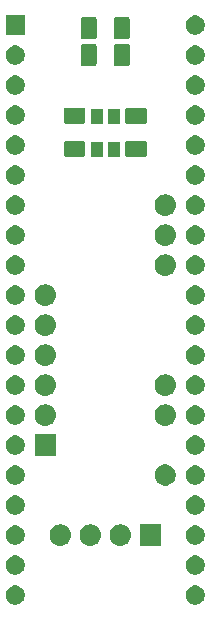
<source format=gts>
G04 #@! TF.GenerationSoftware,KiCad,Pcbnew,5.1.4*
G04 #@! TF.CreationDate,2019-09-02T18:10:03+03:00*
G04 #@! TF.ProjectId,bluepill_stlink,626c7565-7069-46c6-9c5f-73746c696e6b,rev?*
G04 #@! TF.SameCoordinates,Original*
G04 #@! TF.FileFunction,Soldermask,Top*
G04 #@! TF.FilePolarity,Negative*
%FSLAX46Y46*%
G04 Gerber Fmt 4.6, Leading zero omitted, Abs format (unit mm)*
G04 Created by KiCad (PCBNEW 5.1.4) date 2019-09-02 18:10:03*
%MOMM*%
%LPD*%
G04 APERTURE LIST*
%ADD10C,0.100000*%
G04 APERTURE END LIST*
D10*
G36*
X40877142Y-72878242D02*
G01*
X41025101Y-72939529D01*
X41158255Y-73028499D01*
X41271501Y-73141745D01*
X41360471Y-73274899D01*
X41421758Y-73422858D01*
X41453000Y-73579925D01*
X41453000Y-73740075D01*
X41421758Y-73897142D01*
X41360471Y-74045101D01*
X41271501Y-74178255D01*
X41158255Y-74291501D01*
X41025101Y-74380471D01*
X40877142Y-74441758D01*
X40720075Y-74473000D01*
X40559925Y-74473000D01*
X40402858Y-74441758D01*
X40254899Y-74380471D01*
X40121745Y-74291501D01*
X40008499Y-74178255D01*
X39919529Y-74045101D01*
X39858242Y-73897142D01*
X39827000Y-73740075D01*
X39827000Y-73579925D01*
X39858242Y-73422858D01*
X39919529Y-73274899D01*
X40008499Y-73141745D01*
X40121745Y-73028499D01*
X40254899Y-72939529D01*
X40402858Y-72878242D01*
X40559925Y-72847000D01*
X40720075Y-72847000D01*
X40877142Y-72878242D01*
X40877142Y-72878242D01*
G37*
G36*
X25637142Y-72878242D02*
G01*
X25785101Y-72939529D01*
X25918255Y-73028499D01*
X26031501Y-73141745D01*
X26120471Y-73274899D01*
X26181758Y-73422858D01*
X26213000Y-73579925D01*
X26213000Y-73740075D01*
X26181758Y-73897142D01*
X26120471Y-74045101D01*
X26031501Y-74178255D01*
X25918255Y-74291501D01*
X25785101Y-74380471D01*
X25637142Y-74441758D01*
X25480075Y-74473000D01*
X25319925Y-74473000D01*
X25162858Y-74441758D01*
X25014899Y-74380471D01*
X24881745Y-74291501D01*
X24768499Y-74178255D01*
X24679529Y-74045101D01*
X24618242Y-73897142D01*
X24587000Y-73740075D01*
X24587000Y-73579925D01*
X24618242Y-73422858D01*
X24679529Y-73274899D01*
X24768499Y-73141745D01*
X24881745Y-73028499D01*
X25014899Y-72939529D01*
X25162858Y-72878242D01*
X25319925Y-72847000D01*
X25480075Y-72847000D01*
X25637142Y-72878242D01*
X25637142Y-72878242D01*
G37*
G36*
X25637142Y-70338242D02*
G01*
X25785101Y-70399529D01*
X25918255Y-70488499D01*
X26031501Y-70601745D01*
X26120471Y-70734899D01*
X26181758Y-70882858D01*
X26213000Y-71039925D01*
X26213000Y-71200075D01*
X26181758Y-71357142D01*
X26120471Y-71505101D01*
X26031501Y-71638255D01*
X25918255Y-71751501D01*
X25785101Y-71840471D01*
X25637142Y-71901758D01*
X25480075Y-71933000D01*
X25319925Y-71933000D01*
X25162858Y-71901758D01*
X25014899Y-71840471D01*
X24881745Y-71751501D01*
X24768499Y-71638255D01*
X24679529Y-71505101D01*
X24618242Y-71357142D01*
X24587000Y-71200075D01*
X24587000Y-71039925D01*
X24618242Y-70882858D01*
X24679529Y-70734899D01*
X24768499Y-70601745D01*
X24881745Y-70488499D01*
X25014899Y-70399529D01*
X25162858Y-70338242D01*
X25319925Y-70307000D01*
X25480075Y-70307000D01*
X25637142Y-70338242D01*
X25637142Y-70338242D01*
G37*
G36*
X40877142Y-70338242D02*
G01*
X41025101Y-70399529D01*
X41158255Y-70488499D01*
X41271501Y-70601745D01*
X41360471Y-70734899D01*
X41421758Y-70882858D01*
X41453000Y-71039925D01*
X41453000Y-71200075D01*
X41421758Y-71357142D01*
X41360471Y-71505101D01*
X41271501Y-71638255D01*
X41158255Y-71751501D01*
X41025101Y-71840471D01*
X40877142Y-71901758D01*
X40720075Y-71933000D01*
X40559925Y-71933000D01*
X40402858Y-71901758D01*
X40254899Y-71840471D01*
X40121745Y-71751501D01*
X40008499Y-71638255D01*
X39919529Y-71505101D01*
X39858242Y-71357142D01*
X39827000Y-71200075D01*
X39827000Y-71039925D01*
X39858242Y-70882858D01*
X39919529Y-70734899D01*
X40008499Y-70601745D01*
X40121745Y-70488499D01*
X40254899Y-70399529D01*
X40402858Y-70338242D01*
X40559925Y-70307000D01*
X40720075Y-70307000D01*
X40877142Y-70338242D01*
X40877142Y-70338242D01*
G37*
G36*
X29320443Y-67685519D02*
G01*
X29386627Y-67692037D01*
X29556466Y-67743557D01*
X29712991Y-67827222D01*
X29748729Y-67856552D01*
X29850186Y-67939814D01*
X29933448Y-68041271D01*
X29962778Y-68077009D01*
X30046443Y-68233534D01*
X30097963Y-68403373D01*
X30115359Y-68580000D01*
X30097963Y-68756627D01*
X30046443Y-68926466D01*
X29962778Y-69082991D01*
X29950251Y-69098255D01*
X29850186Y-69220186D01*
X29752357Y-69300471D01*
X29712991Y-69332778D01*
X29556466Y-69416443D01*
X29386627Y-69467963D01*
X29320442Y-69474482D01*
X29254260Y-69481000D01*
X29165740Y-69481000D01*
X29099558Y-69474482D01*
X29033373Y-69467963D01*
X28863534Y-69416443D01*
X28707009Y-69332778D01*
X28667643Y-69300471D01*
X28569814Y-69220186D01*
X28469749Y-69098255D01*
X28457222Y-69082991D01*
X28373557Y-68926466D01*
X28322037Y-68756627D01*
X28304641Y-68580000D01*
X28322037Y-68403373D01*
X28373557Y-68233534D01*
X28457222Y-68077009D01*
X28486552Y-68041271D01*
X28569814Y-67939814D01*
X28671271Y-67856552D01*
X28707009Y-67827222D01*
X28863534Y-67743557D01*
X29033373Y-67692037D01*
X29099557Y-67685519D01*
X29165740Y-67679000D01*
X29254260Y-67679000D01*
X29320443Y-67685519D01*
X29320443Y-67685519D01*
G37*
G36*
X37731000Y-69481000D02*
G01*
X35929000Y-69481000D01*
X35929000Y-67679000D01*
X37731000Y-67679000D01*
X37731000Y-69481000D01*
X37731000Y-69481000D01*
G37*
G36*
X34400443Y-67685519D02*
G01*
X34466627Y-67692037D01*
X34636466Y-67743557D01*
X34792991Y-67827222D01*
X34828729Y-67856552D01*
X34930186Y-67939814D01*
X35013448Y-68041271D01*
X35042778Y-68077009D01*
X35126443Y-68233534D01*
X35177963Y-68403373D01*
X35195359Y-68580000D01*
X35177963Y-68756627D01*
X35126443Y-68926466D01*
X35042778Y-69082991D01*
X35030251Y-69098255D01*
X34930186Y-69220186D01*
X34832357Y-69300471D01*
X34792991Y-69332778D01*
X34636466Y-69416443D01*
X34466627Y-69467963D01*
X34400442Y-69474482D01*
X34334260Y-69481000D01*
X34245740Y-69481000D01*
X34179558Y-69474482D01*
X34113373Y-69467963D01*
X33943534Y-69416443D01*
X33787009Y-69332778D01*
X33747643Y-69300471D01*
X33649814Y-69220186D01*
X33549749Y-69098255D01*
X33537222Y-69082991D01*
X33453557Y-68926466D01*
X33402037Y-68756627D01*
X33384641Y-68580000D01*
X33402037Y-68403373D01*
X33453557Y-68233534D01*
X33537222Y-68077009D01*
X33566552Y-68041271D01*
X33649814Y-67939814D01*
X33751271Y-67856552D01*
X33787009Y-67827222D01*
X33943534Y-67743557D01*
X34113373Y-67692037D01*
X34179557Y-67685519D01*
X34245740Y-67679000D01*
X34334260Y-67679000D01*
X34400443Y-67685519D01*
X34400443Y-67685519D01*
G37*
G36*
X31860443Y-67685519D02*
G01*
X31926627Y-67692037D01*
X32096466Y-67743557D01*
X32252991Y-67827222D01*
X32288729Y-67856552D01*
X32390186Y-67939814D01*
X32473448Y-68041271D01*
X32502778Y-68077009D01*
X32586443Y-68233534D01*
X32637963Y-68403373D01*
X32655359Y-68580000D01*
X32637963Y-68756627D01*
X32586443Y-68926466D01*
X32502778Y-69082991D01*
X32490251Y-69098255D01*
X32390186Y-69220186D01*
X32292357Y-69300471D01*
X32252991Y-69332778D01*
X32096466Y-69416443D01*
X31926627Y-69467963D01*
X31860442Y-69474482D01*
X31794260Y-69481000D01*
X31705740Y-69481000D01*
X31639558Y-69474482D01*
X31573373Y-69467963D01*
X31403534Y-69416443D01*
X31247009Y-69332778D01*
X31207643Y-69300471D01*
X31109814Y-69220186D01*
X31009749Y-69098255D01*
X30997222Y-69082991D01*
X30913557Y-68926466D01*
X30862037Y-68756627D01*
X30844641Y-68580000D01*
X30862037Y-68403373D01*
X30913557Y-68233534D01*
X30997222Y-68077009D01*
X31026552Y-68041271D01*
X31109814Y-67939814D01*
X31211271Y-67856552D01*
X31247009Y-67827222D01*
X31403534Y-67743557D01*
X31573373Y-67692037D01*
X31639557Y-67685519D01*
X31705740Y-67679000D01*
X31794260Y-67679000D01*
X31860443Y-67685519D01*
X31860443Y-67685519D01*
G37*
G36*
X25637142Y-67798242D02*
G01*
X25785101Y-67859529D01*
X25918255Y-67948499D01*
X26031501Y-68061745D01*
X26120471Y-68194899D01*
X26181758Y-68342858D01*
X26213000Y-68499925D01*
X26213000Y-68660075D01*
X26181758Y-68817142D01*
X26120471Y-68965101D01*
X26031501Y-69098255D01*
X25918255Y-69211501D01*
X25785101Y-69300471D01*
X25637142Y-69361758D01*
X25480075Y-69393000D01*
X25319925Y-69393000D01*
X25162858Y-69361758D01*
X25014899Y-69300471D01*
X24881745Y-69211501D01*
X24768499Y-69098255D01*
X24679529Y-68965101D01*
X24618242Y-68817142D01*
X24587000Y-68660075D01*
X24587000Y-68499925D01*
X24618242Y-68342858D01*
X24679529Y-68194899D01*
X24768499Y-68061745D01*
X24881745Y-67948499D01*
X25014899Y-67859529D01*
X25162858Y-67798242D01*
X25319925Y-67767000D01*
X25480075Y-67767000D01*
X25637142Y-67798242D01*
X25637142Y-67798242D01*
G37*
G36*
X40877142Y-67798242D02*
G01*
X41025101Y-67859529D01*
X41158255Y-67948499D01*
X41271501Y-68061745D01*
X41360471Y-68194899D01*
X41421758Y-68342858D01*
X41453000Y-68499925D01*
X41453000Y-68660075D01*
X41421758Y-68817142D01*
X41360471Y-68965101D01*
X41271501Y-69098255D01*
X41158255Y-69211501D01*
X41025101Y-69300471D01*
X40877142Y-69361758D01*
X40720075Y-69393000D01*
X40559925Y-69393000D01*
X40402858Y-69361758D01*
X40254899Y-69300471D01*
X40121745Y-69211501D01*
X40008499Y-69098255D01*
X39919529Y-68965101D01*
X39858242Y-68817142D01*
X39827000Y-68660075D01*
X39827000Y-68499925D01*
X39858242Y-68342858D01*
X39919529Y-68194899D01*
X40008499Y-68061745D01*
X40121745Y-67948499D01*
X40254899Y-67859529D01*
X40402858Y-67798242D01*
X40559925Y-67767000D01*
X40720075Y-67767000D01*
X40877142Y-67798242D01*
X40877142Y-67798242D01*
G37*
G36*
X25637142Y-65258242D02*
G01*
X25785101Y-65319529D01*
X25918255Y-65408499D01*
X26031501Y-65521745D01*
X26120471Y-65654899D01*
X26181758Y-65802858D01*
X26213000Y-65959925D01*
X26213000Y-66120075D01*
X26181758Y-66277142D01*
X26120471Y-66425101D01*
X26031501Y-66558255D01*
X25918255Y-66671501D01*
X25785101Y-66760471D01*
X25637142Y-66821758D01*
X25480075Y-66853000D01*
X25319925Y-66853000D01*
X25162858Y-66821758D01*
X25014899Y-66760471D01*
X24881745Y-66671501D01*
X24768499Y-66558255D01*
X24679529Y-66425101D01*
X24618242Y-66277142D01*
X24587000Y-66120075D01*
X24587000Y-65959925D01*
X24618242Y-65802858D01*
X24679529Y-65654899D01*
X24768499Y-65521745D01*
X24881745Y-65408499D01*
X25014899Y-65319529D01*
X25162858Y-65258242D01*
X25319925Y-65227000D01*
X25480075Y-65227000D01*
X25637142Y-65258242D01*
X25637142Y-65258242D01*
G37*
G36*
X40877142Y-65258242D02*
G01*
X41025101Y-65319529D01*
X41158255Y-65408499D01*
X41271501Y-65521745D01*
X41360471Y-65654899D01*
X41421758Y-65802858D01*
X41453000Y-65959925D01*
X41453000Y-66120075D01*
X41421758Y-66277142D01*
X41360471Y-66425101D01*
X41271501Y-66558255D01*
X41158255Y-66671501D01*
X41025101Y-66760471D01*
X40877142Y-66821758D01*
X40720075Y-66853000D01*
X40559925Y-66853000D01*
X40402858Y-66821758D01*
X40254899Y-66760471D01*
X40121745Y-66671501D01*
X40008499Y-66558255D01*
X39919529Y-66425101D01*
X39858242Y-66277142D01*
X39827000Y-66120075D01*
X39827000Y-65959925D01*
X39858242Y-65802858D01*
X39919529Y-65654899D01*
X40008499Y-65521745D01*
X40121745Y-65408499D01*
X40254899Y-65319529D01*
X40402858Y-65258242D01*
X40559925Y-65227000D01*
X40720075Y-65227000D01*
X40877142Y-65258242D01*
X40877142Y-65258242D01*
G37*
G36*
X38213512Y-62603927D02*
G01*
X38362812Y-62633624D01*
X38526784Y-62701544D01*
X38674354Y-62800147D01*
X38799853Y-62925646D01*
X38898456Y-63073216D01*
X38966376Y-63237188D01*
X39001000Y-63411259D01*
X39001000Y-63588741D01*
X38966376Y-63762812D01*
X38898456Y-63926784D01*
X38799853Y-64074354D01*
X38674354Y-64199853D01*
X38526784Y-64298456D01*
X38362812Y-64366376D01*
X38213512Y-64396073D01*
X38188742Y-64401000D01*
X38011258Y-64401000D01*
X37986488Y-64396073D01*
X37837188Y-64366376D01*
X37673216Y-64298456D01*
X37525646Y-64199853D01*
X37400147Y-64074354D01*
X37301544Y-63926784D01*
X37233624Y-63762812D01*
X37199000Y-63588741D01*
X37199000Y-63411259D01*
X37233624Y-63237188D01*
X37301544Y-63073216D01*
X37400147Y-62925646D01*
X37525646Y-62800147D01*
X37673216Y-62701544D01*
X37837188Y-62633624D01*
X37986488Y-62603927D01*
X38011258Y-62599000D01*
X38188742Y-62599000D01*
X38213512Y-62603927D01*
X38213512Y-62603927D01*
G37*
G36*
X40877142Y-62718242D02*
G01*
X41025101Y-62779529D01*
X41158255Y-62868499D01*
X41271501Y-62981745D01*
X41360471Y-63114899D01*
X41421758Y-63262858D01*
X41453000Y-63419925D01*
X41453000Y-63580075D01*
X41421758Y-63737142D01*
X41360471Y-63885101D01*
X41271501Y-64018255D01*
X41158255Y-64131501D01*
X41025101Y-64220471D01*
X40877142Y-64281758D01*
X40720075Y-64313000D01*
X40559925Y-64313000D01*
X40402858Y-64281758D01*
X40254899Y-64220471D01*
X40121745Y-64131501D01*
X40008499Y-64018255D01*
X39919529Y-63885101D01*
X39858242Y-63737142D01*
X39827000Y-63580075D01*
X39827000Y-63419925D01*
X39858242Y-63262858D01*
X39919529Y-63114899D01*
X40008499Y-62981745D01*
X40121745Y-62868499D01*
X40254899Y-62779529D01*
X40402858Y-62718242D01*
X40559925Y-62687000D01*
X40720075Y-62687000D01*
X40877142Y-62718242D01*
X40877142Y-62718242D01*
G37*
G36*
X25637142Y-62718242D02*
G01*
X25785101Y-62779529D01*
X25918255Y-62868499D01*
X26031501Y-62981745D01*
X26120471Y-63114899D01*
X26181758Y-63262858D01*
X26213000Y-63419925D01*
X26213000Y-63580075D01*
X26181758Y-63737142D01*
X26120471Y-63885101D01*
X26031501Y-64018255D01*
X25918255Y-64131501D01*
X25785101Y-64220471D01*
X25637142Y-64281758D01*
X25480075Y-64313000D01*
X25319925Y-64313000D01*
X25162858Y-64281758D01*
X25014899Y-64220471D01*
X24881745Y-64131501D01*
X24768499Y-64018255D01*
X24679529Y-63885101D01*
X24618242Y-63737142D01*
X24587000Y-63580075D01*
X24587000Y-63419925D01*
X24618242Y-63262858D01*
X24679529Y-63114899D01*
X24768499Y-62981745D01*
X24881745Y-62868499D01*
X25014899Y-62779529D01*
X25162858Y-62718242D01*
X25319925Y-62687000D01*
X25480075Y-62687000D01*
X25637142Y-62718242D01*
X25637142Y-62718242D01*
G37*
G36*
X28841000Y-61861000D02*
G01*
X27039000Y-61861000D01*
X27039000Y-60059000D01*
X28841000Y-60059000D01*
X28841000Y-61861000D01*
X28841000Y-61861000D01*
G37*
G36*
X40877142Y-60178242D02*
G01*
X41025101Y-60239529D01*
X41158255Y-60328499D01*
X41271501Y-60441745D01*
X41360471Y-60574899D01*
X41421758Y-60722858D01*
X41453000Y-60879925D01*
X41453000Y-61040075D01*
X41421758Y-61197142D01*
X41360471Y-61345101D01*
X41271501Y-61478255D01*
X41158255Y-61591501D01*
X41025101Y-61680471D01*
X40877142Y-61741758D01*
X40720075Y-61773000D01*
X40559925Y-61773000D01*
X40402858Y-61741758D01*
X40254899Y-61680471D01*
X40121745Y-61591501D01*
X40008499Y-61478255D01*
X39919529Y-61345101D01*
X39858242Y-61197142D01*
X39827000Y-61040075D01*
X39827000Y-60879925D01*
X39858242Y-60722858D01*
X39919529Y-60574899D01*
X40008499Y-60441745D01*
X40121745Y-60328499D01*
X40254899Y-60239529D01*
X40402858Y-60178242D01*
X40559925Y-60147000D01*
X40720075Y-60147000D01*
X40877142Y-60178242D01*
X40877142Y-60178242D01*
G37*
G36*
X25637142Y-60178242D02*
G01*
X25785101Y-60239529D01*
X25918255Y-60328499D01*
X26031501Y-60441745D01*
X26120471Y-60574899D01*
X26181758Y-60722858D01*
X26213000Y-60879925D01*
X26213000Y-61040075D01*
X26181758Y-61197142D01*
X26120471Y-61345101D01*
X26031501Y-61478255D01*
X25918255Y-61591501D01*
X25785101Y-61680471D01*
X25637142Y-61741758D01*
X25480075Y-61773000D01*
X25319925Y-61773000D01*
X25162858Y-61741758D01*
X25014899Y-61680471D01*
X24881745Y-61591501D01*
X24768499Y-61478255D01*
X24679529Y-61345101D01*
X24618242Y-61197142D01*
X24587000Y-61040075D01*
X24587000Y-60879925D01*
X24618242Y-60722858D01*
X24679529Y-60574899D01*
X24768499Y-60441745D01*
X24881745Y-60328499D01*
X25014899Y-60239529D01*
X25162858Y-60178242D01*
X25319925Y-60147000D01*
X25480075Y-60147000D01*
X25637142Y-60178242D01*
X25637142Y-60178242D01*
G37*
G36*
X38210443Y-57525519D02*
G01*
X38276627Y-57532037D01*
X38446466Y-57583557D01*
X38602991Y-57667222D01*
X38638729Y-57696552D01*
X38740186Y-57779814D01*
X38823448Y-57881271D01*
X38852778Y-57917009D01*
X38936443Y-58073534D01*
X38987963Y-58243373D01*
X39005359Y-58420000D01*
X38987963Y-58596627D01*
X38936443Y-58766466D01*
X38852778Y-58922991D01*
X38840251Y-58938255D01*
X38740186Y-59060186D01*
X38642357Y-59140471D01*
X38602991Y-59172778D01*
X38446466Y-59256443D01*
X38276627Y-59307963D01*
X38210442Y-59314482D01*
X38144260Y-59321000D01*
X38055740Y-59321000D01*
X37989558Y-59314482D01*
X37923373Y-59307963D01*
X37753534Y-59256443D01*
X37597009Y-59172778D01*
X37557643Y-59140471D01*
X37459814Y-59060186D01*
X37359749Y-58938255D01*
X37347222Y-58922991D01*
X37263557Y-58766466D01*
X37212037Y-58596627D01*
X37194641Y-58420000D01*
X37212037Y-58243373D01*
X37263557Y-58073534D01*
X37347222Y-57917009D01*
X37376552Y-57881271D01*
X37459814Y-57779814D01*
X37561271Y-57696552D01*
X37597009Y-57667222D01*
X37753534Y-57583557D01*
X37923373Y-57532037D01*
X37989557Y-57525519D01*
X38055740Y-57519000D01*
X38144260Y-57519000D01*
X38210443Y-57525519D01*
X38210443Y-57525519D01*
G37*
G36*
X28050443Y-57525519D02*
G01*
X28116627Y-57532037D01*
X28286466Y-57583557D01*
X28442991Y-57667222D01*
X28478729Y-57696552D01*
X28580186Y-57779814D01*
X28663448Y-57881271D01*
X28692778Y-57917009D01*
X28776443Y-58073534D01*
X28827963Y-58243373D01*
X28845359Y-58420000D01*
X28827963Y-58596627D01*
X28776443Y-58766466D01*
X28692778Y-58922991D01*
X28680251Y-58938255D01*
X28580186Y-59060186D01*
X28482357Y-59140471D01*
X28442991Y-59172778D01*
X28286466Y-59256443D01*
X28116627Y-59307963D01*
X28050442Y-59314482D01*
X27984260Y-59321000D01*
X27895740Y-59321000D01*
X27829558Y-59314482D01*
X27763373Y-59307963D01*
X27593534Y-59256443D01*
X27437009Y-59172778D01*
X27397643Y-59140471D01*
X27299814Y-59060186D01*
X27199749Y-58938255D01*
X27187222Y-58922991D01*
X27103557Y-58766466D01*
X27052037Y-58596627D01*
X27034641Y-58420000D01*
X27052037Y-58243373D01*
X27103557Y-58073534D01*
X27187222Y-57917009D01*
X27216552Y-57881271D01*
X27299814Y-57779814D01*
X27401271Y-57696552D01*
X27437009Y-57667222D01*
X27593534Y-57583557D01*
X27763373Y-57532037D01*
X27829557Y-57525519D01*
X27895740Y-57519000D01*
X27984260Y-57519000D01*
X28050443Y-57525519D01*
X28050443Y-57525519D01*
G37*
G36*
X25637142Y-57638242D02*
G01*
X25785101Y-57699529D01*
X25918255Y-57788499D01*
X26031501Y-57901745D01*
X26120471Y-58034899D01*
X26181758Y-58182858D01*
X26213000Y-58339925D01*
X26213000Y-58500075D01*
X26181758Y-58657142D01*
X26120471Y-58805101D01*
X26031501Y-58938255D01*
X25918255Y-59051501D01*
X25785101Y-59140471D01*
X25637142Y-59201758D01*
X25480075Y-59233000D01*
X25319925Y-59233000D01*
X25162858Y-59201758D01*
X25014899Y-59140471D01*
X24881745Y-59051501D01*
X24768499Y-58938255D01*
X24679529Y-58805101D01*
X24618242Y-58657142D01*
X24587000Y-58500075D01*
X24587000Y-58339925D01*
X24618242Y-58182858D01*
X24679529Y-58034899D01*
X24768499Y-57901745D01*
X24881745Y-57788499D01*
X25014899Y-57699529D01*
X25162858Y-57638242D01*
X25319925Y-57607000D01*
X25480075Y-57607000D01*
X25637142Y-57638242D01*
X25637142Y-57638242D01*
G37*
G36*
X40877142Y-57638242D02*
G01*
X41025101Y-57699529D01*
X41158255Y-57788499D01*
X41271501Y-57901745D01*
X41360471Y-58034899D01*
X41421758Y-58182858D01*
X41453000Y-58339925D01*
X41453000Y-58500075D01*
X41421758Y-58657142D01*
X41360471Y-58805101D01*
X41271501Y-58938255D01*
X41158255Y-59051501D01*
X41025101Y-59140471D01*
X40877142Y-59201758D01*
X40720075Y-59233000D01*
X40559925Y-59233000D01*
X40402858Y-59201758D01*
X40254899Y-59140471D01*
X40121745Y-59051501D01*
X40008499Y-58938255D01*
X39919529Y-58805101D01*
X39858242Y-58657142D01*
X39827000Y-58500075D01*
X39827000Y-58339925D01*
X39858242Y-58182858D01*
X39919529Y-58034899D01*
X40008499Y-57901745D01*
X40121745Y-57788499D01*
X40254899Y-57699529D01*
X40402858Y-57638242D01*
X40559925Y-57607000D01*
X40720075Y-57607000D01*
X40877142Y-57638242D01*
X40877142Y-57638242D01*
G37*
G36*
X38210443Y-54985519D02*
G01*
X38276627Y-54992037D01*
X38446466Y-55043557D01*
X38602991Y-55127222D01*
X38638729Y-55156552D01*
X38740186Y-55239814D01*
X38823448Y-55341271D01*
X38852778Y-55377009D01*
X38936443Y-55533534D01*
X38987963Y-55703373D01*
X39005359Y-55880000D01*
X38987963Y-56056627D01*
X38936443Y-56226466D01*
X38852778Y-56382991D01*
X38840251Y-56398255D01*
X38740186Y-56520186D01*
X38642357Y-56600471D01*
X38602991Y-56632778D01*
X38446466Y-56716443D01*
X38276627Y-56767963D01*
X38210443Y-56774481D01*
X38144260Y-56781000D01*
X38055740Y-56781000D01*
X37989557Y-56774481D01*
X37923373Y-56767963D01*
X37753534Y-56716443D01*
X37597009Y-56632778D01*
X37557643Y-56600471D01*
X37459814Y-56520186D01*
X37359749Y-56398255D01*
X37347222Y-56382991D01*
X37263557Y-56226466D01*
X37212037Y-56056627D01*
X37194641Y-55880000D01*
X37212037Y-55703373D01*
X37263557Y-55533534D01*
X37347222Y-55377009D01*
X37376552Y-55341271D01*
X37459814Y-55239814D01*
X37561271Y-55156552D01*
X37597009Y-55127222D01*
X37753534Y-55043557D01*
X37923373Y-54992037D01*
X37989557Y-54985519D01*
X38055740Y-54979000D01*
X38144260Y-54979000D01*
X38210443Y-54985519D01*
X38210443Y-54985519D01*
G37*
G36*
X28050443Y-54985519D02*
G01*
X28116627Y-54992037D01*
X28286466Y-55043557D01*
X28442991Y-55127222D01*
X28478729Y-55156552D01*
X28580186Y-55239814D01*
X28663448Y-55341271D01*
X28692778Y-55377009D01*
X28776443Y-55533534D01*
X28827963Y-55703373D01*
X28845359Y-55880000D01*
X28827963Y-56056627D01*
X28776443Y-56226466D01*
X28692778Y-56382991D01*
X28680251Y-56398255D01*
X28580186Y-56520186D01*
X28482357Y-56600471D01*
X28442991Y-56632778D01*
X28286466Y-56716443D01*
X28116627Y-56767963D01*
X28050443Y-56774481D01*
X27984260Y-56781000D01*
X27895740Y-56781000D01*
X27829557Y-56774481D01*
X27763373Y-56767963D01*
X27593534Y-56716443D01*
X27437009Y-56632778D01*
X27397643Y-56600471D01*
X27299814Y-56520186D01*
X27199749Y-56398255D01*
X27187222Y-56382991D01*
X27103557Y-56226466D01*
X27052037Y-56056627D01*
X27034641Y-55880000D01*
X27052037Y-55703373D01*
X27103557Y-55533534D01*
X27187222Y-55377009D01*
X27216552Y-55341271D01*
X27299814Y-55239814D01*
X27401271Y-55156552D01*
X27437009Y-55127222D01*
X27593534Y-55043557D01*
X27763373Y-54992037D01*
X27829557Y-54985519D01*
X27895740Y-54979000D01*
X27984260Y-54979000D01*
X28050443Y-54985519D01*
X28050443Y-54985519D01*
G37*
G36*
X40877142Y-55098242D02*
G01*
X41025101Y-55159529D01*
X41158255Y-55248499D01*
X41271501Y-55361745D01*
X41360471Y-55494899D01*
X41421758Y-55642858D01*
X41453000Y-55799925D01*
X41453000Y-55960075D01*
X41421758Y-56117142D01*
X41360471Y-56265101D01*
X41271501Y-56398255D01*
X41158255Y-56511501D01*
X41025101Y-56600471D01*
X40877142Y-56661758D01*
X40720075Y-56693000D01*
X40559925Y-56693000D01*
X40402858Y-56661758D01*
X40254899Y-56600471D01*
X40121745Y-56511501D01*
X40008499Y-56398255D01*
X39919529Y-56265101D01*
X39858242Y-56117142D01*
X39827000Y-55960075D01*
X39827000Y-55799925D01*
X39858242Y-55642858D01*
X39919529Y-55494899D01*
X40008499Y-55361745D01*
X40121745Y-55248499D01*
X40254899Y-55159529D01*
X40402858Y-55098242D01*
X40559925Y-55067000D01*
X40720075Y-55067000D01*
X40877142Y-55098242D01*
X40877142Y-55098242D01*
G37*
G36*
X25637142Y-55098242D02*
G01*
X25785101Y-55159529D01*
X25918255Y-55248499D01*
X26031501Y-55361745D01*
X26120471Y-55494899D01*
X26181758Y-55642858D01*
X26213000Y-55799925D01*
X26213000Y-55960075D01*
X26181758Y-56117142D01*
X26120471Y-56265101D01*
X26031501Y-56398255D01*
X25918255Y-56511501D01*
X25785101Y-56600471D01*
X25637142Y-56661758D01*
X25480075Y-56693000D01*
X25319925Y-56693000D01*
X25162858Y-56661758D01*
X25014899Y-56600471D01*
X24881745Y-56511501D01*
X24768499Y-56398255D01*
X24679529Y-56265101D01*
X24618242Y-56117142D01*
X24587000Y-55960075D01*
X24587000Y-55799925D01*
X24618242Y-55642858D01*
X24679529Y-55494899D01*
X24768499Y-55361745D01*
X24881745Y-55248499D01*
X25014899Y-55159529D01*
X25162858Y-55098242D01*
X25319925Y-55067000D01*
X25480075Y-55067000D01*
X25637142Y-55098242D01*
X25637142Y-55098242D01*
G37*
G36*
X28050443Y-52445519D02*
G01*
X28116627Y-52452037D01*
X28286466Y-52503557D01*
X28442991Y-52587222D01*
X28478729Y-52616552D01*
X28580186Y-52699814D01*
X28663448Y-52801271D01*
X28692778Y-52837009D01*
X28776443Y-52993534D01*
X28827963Y-53163373D01*
X28845359Y-53340000D01*
X28827963Y-53516627D01*
X28776443Y-53686466D01*
X28692778Y-53842991D01*
X28680251Y-53858255D01*
X28580186Y-53980186D01*
X28482357Y-54060471D01*
X28442991Y-54092778D01*
X28286466Y-54176443D01*
X28116627Y-54227963D01*
X28050442Y-54234482D01*
X27984260Y-54241000D01*
X27895740Y-54241000D01*
X27829558Y-54234482D01*
X27763373Y-54227963D01*
X27593534Y-54176443D01*
X27437009Y-54092778D01*
X27397643Y-54060471D01*
X27299814Y-53980186D01*
X27199749Y-53858255D01*
X27187222Y-53842991D01*
X27103557Y-53686466D01*
X27052037Y-53516627D01*
X27034641Y-53340000D01*
X27052037Y-53163373D01*
X27103557Y-52993534D01*
X27187222Y-52837009D01*
X27216552Y-52801271D01*
X27299814Y-52699814D01*
X27401271Y-52616552D01*
X27437009Y-52587222D01*
X27593534Y-52503557D01*
X27763373Y-52452037D01*
X27829558Y-52445518D01*
X27895740Y-52439000D01*
X27984260Y-52439000D01*
X28050443Y-52445519D01*
X28050443Y-52445519D01*
G37*
G36*
X40877142Y-52558242D02*
G01*
X41025101Y-52619529D01*
X41158255Y-52708499D01*
X41271501Y-52821745D01*
X41360471Y-52954899D01*
X41421758Y-53102858D01*
X41453000Y-53259925D01*
X41453000Y-53420075D01*
X41421758Y-53577142D01*
X41360471Y-53725101D01*
X41271501Y-53858255D01*
X41158255Y-53971501D01*
X41025101Y-54060471D01*
X40877142Y-54121758D01*
X40720075Y-54153000D01*
X40559925Y-54153000D01*
X40402858Y-54121758D01*
X40254899Y-54060471D01*
X40121745Y-53971501D01*
X40008499Y-53858255D01*
X39919529Y-53725101D01*
X39858242Y-53577142D01*
X39827000Y-53420075D01*
X39827000Y-53259925D01*
X39858242Y-53102858D01*
X39919529Y-52954899D01*
X40008499Y-52821745D01*
X40121745Y-52708499D01*
X40254899Y-52619529D01*
X40402858Y-52558242D01*
X40559925Y-52527000D01*
X40720075Y-52527000D01*
X40877142Y-52558242D01*
X40877142Y-52558242D01*
G37*
G36*
X25637142Y-52558242D02*
G01*
X25785101Y-52619529D01*
X25918255Y-52708499D01*
X26031501Y-52821745D01*
X26120471Y-52954899D01*
X26181758Y-53102858D01*
X26213000Y-53259925D01*
X26213000Y-53420075D01*
X26181758Y-53577142D01*
X26120471Y-53725101D01*
X26031501Y-53858255D01*
X25918255Y-53971501D01*
X25785101Y-54060471D01*
X25637142Y-54121758D01*
X25480075Y-54153000D01*
X25319925Y-54153000D01*
X25162858Y-54121758D01*
X25014899Y-54060471D01*
X24881745Y-53971501D01*
X24768499Y-53858255D01*
X24679529Y-53725101D01*
X24618242Y-53577142D01*
X24587000Y-53420075D01*
X24587000Y-53259925D01*
X24618242Y-53102858D01*
X24679529Y-52954899D01*
X24768499Y-52821745D01*
X24881745Y-52708499D01*
X25014899Y-52619529D01*
X25162858Y-52558242D01*
X25319925Y-52527000D01*
X25480075Y-52527000D01*
X25637142Y-52558242D01*
X25637142Y-52558242D01*
G37*
G36*
X28050442Y-49905518D02*
G01*
X28116627Y-49912037D01*
X28286466Y-49963557D01*
X28442991Y-50047222D01*
X28478729Y-50076552D01*
X28580186Y-50159814D01*
X28663448Y-50261271D01*
X28692778Y-50297009D01*
X28776443Y-50453534D01*
X28827963Y-50623373D01*
X28845359Y-50800000D01*
X28827963Y-50976627D01*
X28776443Y-51146466D01*
X28692778Y-51302991D01*
X28680251Y-51318255D01*
X28580186Y-51440186D01*
X28482357Y-51520471D01*
X28442991Y-51552778D01*
X28286466Y-51636443D01*
X28116627Y-51687963D01*
X28050442Y-51694482D01*
X27984260Y-51701000D01*
X27895740Y-51701000D01*
X27829558Y-51694482D01*
X27763373Y-51687963D01*
X27593534Y-51636443D01*
X27437009Y-51552778D01*
X27397643Y-51520471D01*
X27299814Y-51440186D01*
X27199749Y-51318255D01*
X27187222Y-51302991D01*
X27103557Y-51146466D01*
X27052037Y-50976627D01*
X27034641Y-50800000D01*
X27052037Y-50623373D01*
X27103557Y-50453534D01*
X27187222Y-50297009D01*
X27216552Y-50261271D01*
X27299814Y-50159814D01*
X27401271Y-50076552D01*
X27437009Y-50047222D01*
X27593534Y-49963557D01*
X27763373Y-49912037D01*
X27829558Y-49905518D01*
X27895740Y-49899000D01*
X27984260Y-49899000D01*
X28050442Y-49905518D01*
X28050442Y-49905518D01*
G37*
G36*
X40877142Y-50018242D02*
G01*
X41025101Y-50079529D01*
X41158255Y-50168499D01*
X41271501Y-50281745D01*
X41360471Y-50414899D01*
X41421758Y-50562858D01*
X41453000Y-50719925D01*
X41453000Y-50880075D01*
X41421758Y-51037142D01*
X41360471Y-51185101D01*
X41271501Y-51318255D01*
X41158255Y-51431501D01*
X41025101Y-51520471D01*
X40877142Y-51581758D01*
X40720075Y-51613000D01*
X40559925Y-51613000D01*
X40402858Y-51581758D01*
X40254899Y-51520471D01*
X40121745Y-51431501D01*
X40008499Y-51318255D01*
X39919529Y-51185101D01*
X39858242Y-51037142D01*
X39827000Y-50880075D01*
X39827000Y-50719925D01*
X39858242Y-50562858D01*
X39919529Y-50414899D01*
X40008499Y-50281745D01*
X40121745Y-50168499D01*
X40254899Y-50079529D01*
X40402858Y-50018242D01*
X40559925Y-49987000D01*
X40720075Y-49987000D01*
X40877142Y-50018242D01*
X40877142Y-50018242D01*
G37*
G36*
X25637142Y-50018242D02*
G01*
X25785101Y-50079529D01*
X25918255Y-50168499D01*
X26031501Y-50281745D01*
X26120471Y-50414899D01*
X26181758Y-50562858D01*
X26213000Y-50719925D01*
X26213000Y-50880075D01*
X26181758Y-51037142D01*
X26120471Y-51185101D01*
X26031501Y-51318255D01*
X25918255Y-51431501D01*
X25785101Y-51520471D01*
X25637142Y-51581758D01*
X25480075Y-51613000D01*
X25319925Y-51613000D01*
X25162858Y-51581758D01*
X25014899Y-51520471D01*
X24881745Y-51431501D01*
X24768499Y-51318255D01*
X24679529Y-51185101D01*
X24618242Y-51037142D01*
X24587000Y-50880075D01*
X24587000Y-50719925D01*
X24618242Y-50562858D01*
X24679529Y-50414899D01*
X24768499Y-50281745D01*
X24881745Y-50168499D01*
X25014899Y-50079529D01*
X25162858Y-50018242D01*
X25319925Y-49987000D01*
X25480075Y-49987000D01*
X25637142Y-50018242D01*
X25637142Y-50018242D01*
G37*
G36*
X28050443Y-47365519D02*
G01*
X28116627Y-47372037D01*
X28286466Y-47423557D01*
X28442991Y-47507222D01*
X28478729Y-47536552D01*
X28580186Y-47619814D01*
X28663448Y-47721271D01*
X28692778Y-47757009D01*
X28776443Y-47913534D01*
X28827963Y-48083373D01*
X28845359Y-48260000D01*
X28827963Y-48436627D01*
X28776443Y-48606466D01*
X28692778Y-48762991D01*
X28680251Y-48778255D01*
X28580186Y-48900186D01*
X28482357Y-48980471D01*
X28442991Y-49012778D01*
X28286466Y-49096443D01*
X28116627Y-49147963D01*
X28050443Y-49154481D01*
X27984260Y-49161000D01*
X27895740Y-49161000D01*
X27829557Y-49154481D01*
X27763373Y-49147963D01*
X27593534Y-49096443D01*
X27437009Y-49012778D01*
X27397643Y-48980471D01*
X27299814Y-48900186D01*
X27199749Y-48778255D01*
X27187222Y-48762991D01*
X27103557Y-48606466D01*
X27052037Y-48436627D01*
X27034641Y-48260000D01*
X27052037Y-48083373D01*
X27103557Y-47913534D01*
X27187222Y-47757009D01*
X27216552Y-47721271D01*
X27299814Y-47619814D01*
X27401271Y-47536552D01*
X27437009Y-47507222D01*
X27593534Y-47423557D01*
X27763373Y-47372037D01*
X27829557Y-47365519D01*
X27895740Y-47359000D01*
X27984260Y-47359000D01*
X28050443Y-47365519D01*
X28050443Y-47365519D01*
G37*
G36*
X25637142Y-47478242D02*
G01*
X25785101Y-47539529D01*
X25918255Y-47628499D01*
X26031501Y-47741745D01*
X26120471Y-47874899D01*
X26181758Y-48022858D01*
X26213000Y-48179925D01*
X26213000Y-48340075D01*
X26181758Y-48497142D01*
X26120471Y-48645101D01*
X26031501Y-48778255D01*
X25918255Y-48891501D01*
X25785101Y-48980471D01*
X25637142Y-49041758D01*
X25480075Y-49073000D01*
X25319925Y-49073000D01*
X25162858Y-49041758D01*
X25014899Y-48980471D01*
X24881745Y-48891501D01*
X24768499Y-48778255D01*
X24679529Y-48645101D01*
X24618242Y-48497142D01*
X24587000Y-48340075D01*
X24587000Y-48179925D01*
X24618242Y-48022858D01*
X24679529Y-47874899D01*
X24768499Y-47741745D01*
X24881745Y-47628499D01*
X25014899Y-47539529D01*
X25162858Y-47478242D01*
X25319925Y-47447000D01*
X25480075Y-47447000D01*
X25637142Y-47478242D01*
X25637142Y-47478242D01*
G37*
G36*
X40877142Y-47478242D02*
G01*
X41025101Y-47539529D01*
X41158255Y-47628499D01*
X41271501Y-47741745D01*
X41360471Y-47874899D01*
X41421758Y-48022858D01*
X41453000Y-48179925D01*
X41453000Y-48340075D01*
X41421758Y-48497142D01*
X41360471Y-48645101D01*
X41271501Y-48778255D01*
X41158255Y-48891501D01*
X41025101Y-48980471D01*
X40877142Y-49041758D01*
X40720075Y-49073000D01*
X40559925Y-49073000D01*
X40402858Y-49041758D01*
X40254899Y-48980471D01*
X40121745Y-48891501D01*
X40008499Y-48778255D01*
X39919529Y-48645101D01*
X39858242Y-48497142D01*
X39827000Y-48340075D01*
X39827000Y-48179925D01*
X39858242Y-48022858D01*
X39919529Y-47874899D01*
X40008499Y-47741745D01*
X40121745Y-47628499D01*
X40254899Y-47539529D01*
X40402858Y-47478242D01*
X40559925Y-47447000D01*
X40720075Y-47447000D01*
X40877142Y-47478242D01*
X40877142Y-47478242D01*
G37*
G36*
X38210442Y-44825518D02*
G01*
X38276627Y-44832037D01*
X38446466Y-44883557D01*
X38602991Y-44967222D01*
X38638729Y-44996552D01*
X38740186Y-45079814D01*
X38823448Y-45181271D01*
X38852778Y-45217009D01*
X38936443Y-45373534D01*
X38987963Y-45543373D01*
X39005359Y-45720000D01*
X38987963Y-45896627D01*
X38936443Y-46066466D01*
X38852778Y-46222991D01*
X38840251Y-46238255D01*
X38740186Y-46360186D01*
X38642357Y-46440471D01*
X38602991Y-46472778D01*
X38446466Y-46556443D01*
X38276627Y-46607963D01*
X38210442Y-46614482D01*
X38144260Y-46621000D01*
X38055740Y-46621000D01*
X37989558Y-46614482D01*
X37923373Y-46607963D01*
X37753534Y-46556443D01*
X37597009Y-46472778D01*
X37557643Y-46440471D01*
X37459814Y-46360186D01*
X37359749Y-46238255D01*
X37347222Y-46222991D01*
X37263557Y-46066466D01*
X37212037Y-45896627D01*
X37194641Y-45720000D01*
X37212037Y-45543373D01*
X37263557Y-45373534D01*
X37347222Y-45217009D01*
X37376552Y-45181271D01*
X37459814Y-45079814D01*
X37561271Y-44996552D01*
X37597009Y-44967222D01*
X37753534Y-44883557D01*
X37923373Y-44832037D01*
X37989558Y-44825518D01*
X38055740Y-44819000D01*
X38144260Y-44819000D01*
X38210442Y-44825518D01*
X38210442Y-44825518D01*
G37*
G36*
X40877142Y-44938242D02*
G01*
X41025101Y-44999529D01*
X41158255Y-45088499D01*
X41271501Y-45201745D01*
X41360471Y-45334899D01*
X41421758Y-45482858D01*
X41453000Y-45639925D01*
X41453000Y-45800075D01*
X41421758Y-45957142D01*
X41360471Y-46105101D01*
X41271501Y-46238255D01*
X41158255Y-46351501D01*
X41025101Y-46440471D01*
X40877142Y-46501758D01*
X40720075Y-46533000D01*
X40559925Y-46533000D01*
X40402858Y-46501758D01*
X40254899Y-46440471D01*
X40121745Y-46351501D01*
X40008499Y-46238255D01*
X39919529Y-46105101D01*
X39858242Y-45957142D01*
X39827000Y-45800075D01*
X39827000Y-45639925D01*
X39858242Y-45482858D01*
X39919529Y-45334899D01*
X40008499Y-45201745D01*
X40121745Y-45088499D01*
X40254899Y-44999529D01*
X40402858Y-44938242D01*
X40559925Y-44907000D01*
X40720075Y-44907000D01*
X40877142Y-44938242D01*
X40877142Y-44938242D01*
G37*
G36*
X25637142Y-44938242D02*
G01*
X25785101Y-44999529D01*
X25918255Y-45088499D01*
X26031501Y-45201745D01*
X26120471Y-45334899D01*
X26181758Y-45482858D01*
X26213000Y-45639925D01*
X26213000Y-45800075D01*
X26181758Y-45957142D01*
X26120471Y-46105101D01*
X26031501Y-46238255D01*
X25918255Y-46351501D01*
X25785101Y-46440471D01*
X25637142Y-46501758D01*
X25480075Y-46533000D01*
X25319925Y-46533000D01*
X25162858Y-46501758D01*
X25014899Y-46440471D01*
X24881745Y-46351501D01*
X24768499Y-46238255D01*
X24679529Y-46105101D01*
X24618242Y-45957142D01*
X24587000Y-45800075D01*
X24587000Y-45639925D01*
X24618242Y-45482858D01*
X24679529Y-45334899D01*
X24768499Y-45201745D01*
X24881745Y-45088499D01*
X25014899Y-44999529D01*
X25162858Y-44938242D01*
X25319925Y-44907000D01*
X25480075Y-44907000D01*
X25637142Y-44938242D01*
X25637142Y-44938242D01*
G37*
G36*
X38210442Y-42285518D02*
G01*
X38276627Y-42292037D01*
X38446466Y-42343557D01*
X38602991Y-42427222D01*
X38638729Y-42456552D01*
X38740186Y-42539814D01*
X38823448Y-42641271D01*
X38852778Y-42677009D01*
X38936443Y-42833534D01*
X38987963Y-43003373D01*
X39005359Y-43180000D01*
X38987963Y-43356627D01*
X38936443Y-43526466D01*
X38852778Y-43682991D01*
X38840251Y-43698255D01*
X38740186Y-43820186D01*
X38642357Y-43900471D01*
X38602991Y-43932778D01*
X38446466Y-44016443D01*
X38276627Y-44067963D01*
X38210443Y-44074481D01*
X38144260Y-44081000D01*
X38055740Y-44081000D01*
X37989557Y-44074481D01*
X37923373Y-44067963D01*
X37753534Y-44016443D01*
X37597009Y-43932778D01*
X37557643Y-43900471D01*
X37459814Y-43820186D01*
X37359749Y-43698255D01*
X37347222Y-43682991D01*
X37263557Y-43526466D01*
X37212037Y-43356627D01*
X37194641Y-43180000D01*
X37212037Y-43003373D01*
X37263557Y-42833534D01*
X37347222Y-42677009D01*
X37376552Y-42641271D01*
X37459814Y-42539814D01*
X37561271Y-42456552D01*
X37597009Y-42427222D01*
X37753534Y-42343557D01*
X37923373Y-42292037D01*
X37989558Y-42285518D01*
X38055740Y-42279000D01*
X38144260Y-42279000D01*
X38210442Y-42285518D01*
X38210442Y-42285518D01*
G37*
G36*
X25637142Y-42398242D02*
G01*
X25785101Y-42459529D01*
X25918255Y-42548499D01*
X26031501Y-42661745D01*
X26120471Y-42794899D01*
X26181758Y-42942858D01*
X26213000Y-43099925D01*
X26213000Y-43260075D01*
X26181758Y-43417142D01*
X26120471Y-43565101D01*
X26031501Y-43698255D01*
X25918255Y-43811501D01*
X25785101Y-43900471D01*
X25637142Y-43961758D01*
X25480075Y-43993000D01*
X25319925Y-43993000D01*
X25162858Y-43961758D01*
X25014899Y-43900471D01*
X24881745Y-43811501D01*
X24768499Y-43698255D01*
X24679529Y-43565101D01*
X24618242Y-43417142D01*
X24587000Y-43260075D01*
X24587000Y-43099925D01*
X24618242Y-42942858D01*
X24679529Y-42794899D01*
X24768499Y-42661745D01*
X24881745Y-42548499D01*
X25014899Y-42459529D01*
X25162858Y-42398242D01*
X25319925Y-42367000D01*
X25480075Y-42367000D01*
X25637142Y-42398242D01*
X25637142Y-42398242D01*
G37*
G36*
X40877142Y-42398242D02*
G01*
X41025101Y-42459529D01*
X41158255Y-42548499D01*
X41271501Y-42661745D01*
X41360471Y-42794899D01*
X41421758Y-42942858D01*
X41453000Y-43099925D01*
X41453000Y-43260075D01*
X41421758Y-43417142D01*
X41360471Y-43565101D01*
X41271501Y-43698255D01*
X41158255Y-43811501D01*
X41025101Y-43900471D01*
X40877142Y-43961758D01*
X40720075Y-43993000D01*
X40559925Y-43993000D01*
X40402858Y-43961758D01*
X40254899Y-43900471D01*
X40121745Y-43811501D01*
X40008499Y-43698255D01*
X39919529Y-43565101D01*
X39858242Y-43417142D01*
X39827000Y-43260075D01*
X39827000Y-43099925D01*
X39858242Y-42942858D01*
X39919529Y-42794899D01*
X40008499Y-42661745D01*
X40121745Y-42548499D01*
X40254899Y-42459529D01*
X40402858Y-42398242D01*
X40559925Y-42367000D01*
X40720075Y-42367000D01*
X40877142Y-42398242D01*
X40877142Y-42398242D01*
G37*
G36*
X38210442Y-39745518D02*
G01*
X38276627Y-39752037D01*
X38446466Y-39803557D01*
X38602991Y-39887222D01*
X38638729Y-39916552D01*
X38740186Y-39999814D01*
X38823448Y-40101271D01*
X38852778Y-40137009D01*
X38936443Y-40293534D01*
X38987963Y-40463373D01*
X39005359Y-40640000D01*
X38987963Y-40816627D01*
X38936443Y-40986466D01*
X38852778Y-41142991D01*
X38840251Y-41158255D01*
X38740186Y-41280186D01*
X38642357Y-41360471D01*
X38602991Y-41392778D01*
X38446466Y-41476443D01*
X38276627Y-41527963D01*
X38210442Y-41534482D01*
X38144260Y-41541000D01*
X38055740Y-41541000D01*
X37989558Y-41534482D01*
X37923373Y-41527963D01*
X37753534Y-41476443D01*
X37597009Y-41392778D01*
X37557643Y-41360471D01*
X37459814Y-41280186D01*
X37359749Y-41158255D01*
X37347222Y-41142991D01*
X37263557Y-40986466D01*
X37212037Y-40816627D01*
X37194641Y-40640000D01*
X37212037Y-40463373D01*
X37263557Y-40293534D01*
X37347222Y-40137009D01*
X37376552Y-40101271D01*
X37459814Y-39999814D01*
X37561271Y-39916552D01*
X37597009Y-39887222D01*
X37753534Y-39803557D01*
X37923373Y-39752037D01*
X37989558Y-39745518D01*
X38055740Y-39739000D01*
X38144260Y-39739000D01*
X38210442Y-39745518D01*
X38210442Y-39745518D01*
G37*
G36*
X25637142Y-39858242D02*
G01*
X25785101Y-39919529D01*
X25918255Y-40008499D01*
X26031501Y-40121745D01*
X26120471Y-40254899D01*
X26181758Y-40402858D01*
X26213000Y-40559925D01*
X26213000Y-40720075D01*
X26181758Y-40877142D01*
X26120471Y-41025101D01*
X26031501Y-41158255D01*
X25918255Y-41271501D01*
X25785101Y-41360471D01*
X25637142Y-41421758D01*
X25480075Y-41453000D01*
X25319925Y-41453000D01*
X25162858Y-41421758D01*
X25014899Y-41360471D01*
X24881745Y-41271501D01*
X24768499Y-41158255D01*
X24679529Y-41025101D01*
X24618242Y-40877142D01*
X24587000Y-40720075D01*
X24587000Y-40559925D01*
X24618242Y-40402858D01*
X24679529Y-40254899D01*
X24768499Y-40121745D01*
X24881745Y-40008499D01*
X25014899Y-39919529D01*
X25162858Y-39858242D01*
X25319925Y-39827000D01*
X25480075Y-39827000D01*
X25637142Y-39858242D01*
X25637142Y-39858242D01*
G37*
G36*
X40877142Y-39858242D02*
G01*
X41025101Y-39919529D01*
X41158255Y-40008499D01*
X41271501Y-40121745D01*
X41360471Y-40254899D01*
X41421758Y-40402858D01*
X41453000Y-40559925D01*
X41453000Y-40720075D01*
X41421758Y-40877142D01*
X41360471Y-41025101D01*
X41271501Y-41158255D01*
X41158255Y-41271501D01*
X41025101Y-41360471D01*
X40877142Y-41421758D01*
X40720075Y-41453000D01*
X40559925Y-41453000D01*
X40402858Y-41421758D01*
X40254899Y-41360471D01*
X40121745Y-41271501D01*
X40008499Y-41158255D01*
X39919529Y-41025101D01*
X39858242Y-40877142D01*
X39827000Y-40720075D01*
X39827000Y-40559925D01*
X39858242Y-40402858D01*
X39919529Y-40254899D01*
X40008499Y-40121745D01*
X40121745Y-40008499D01*
X40254899Y-39919529D01*
X40402858Y-39858242D01*
X40559925Y-39827000D01*
X40720075Y-39827000D01*
X40877142Y-39858242D01*
X40877142Y-39858242D01*
G37*
G36*
X25637142Y-37318242D02*
G01*
X25785101Y-37379529D01*
X25918255Y-37468499D01*
X26031501Y-37581745D01*
X26120471Y-37714899D01*
X26181758Y-37862858D01*
X26213000Y-38019925D01*
X26213000Y-38180075D01*
X26181758Y-38337142D01*
X26120471Y-38485101D01*
X26031501Y-38618255D01*
X25918255Y-38731501D01*
X25785101Y-38820471D01*
X25637142Y-38881758D01*
X25480075Y-38913000D01*
X25319925Y-38913000D01*
X25162858Y-38881758D01*
X25014899Y-38820471D01*
X24881745Y-38731501D01*
X24768499Y-38618255D01*
X24679529Y-38485101D01*
X24618242Y-38337142D01*
X24587000Y-38180075D01*
X24587000Y-38019925D01*
X24618242Y-37862858D01*
X24679529Y-37714899D01*
X24768499Y-37581745D01*
X24881745Y-37468499D01*
X25014899Y-37379529D01*
X25162858Y-37318242D01*
X25319925Y-37287000D01*
X25480075Y-37287000D01*
X25637142Y-37318242D01*
X25637142Y-37318242D01*
G37*
G36*
X40877142Y-37318242D02*
G01*
X41025101Y-37379529D01*
X41158255Y-37468499D01*
X41271501Y-37581745D01*
X41360471Y-37714899D01*
X41421758Y-37862858D01*
X41453000Y-38019925D01*
X41453000Y-38180075D01*
X41421758Y-38337142D01*
X41360471Y-38485101D01*
X41271501Y-38618255D01*
X41158255Y-38731501D01*
X41025101Y-38820471D01*
X40877142Y-38881758D01*
X40720075Y-38913000D01*
X40559925Y-38913000D01*
X40402858Y-38881758D01*
X40254899Y-38820471D01*
X40121745Y-38731501D01*
X40008499Y-38618255D01*
X39919529Y-38485101D01*
X39858242Y-38337142D01*
X39827000Y-38180075D01*
X39827000Y-38019925D01*
X39858242Y-37862858D01*
X39919529Y-37714899D01*
X40008499Y-37581745D01*
X40121745Y-37468499D01*
X40254899Y-37379529D01*
X40402858Y-37318242D01*
X40559925Y-37287000D01*
X40720075Y-37287000D01*
X40877142Y-37318242D01*
X40877142Y-37318242D01*
G37*
G36*
X34246000Y-36595000D02*
G01*
X33244000Y-36595000D01*
X33244000Y-35293000D01*
X34246000Y-35293000D01*
X34246000Y-36595000D01*
X34246000Y-36595000D01*
G37*
G36*
X32796000Y-36595000D02*
G01*
X31794000Y-36595000D01*
X31794000Y-35293000D01*
X32796000Y-35293000D01*
X32796000Y-36595000D01*
X32796000Y-36595000D01*
G37*
G36*
X36392104Y-35208847D02*
G01*
X36428644Y-35219932D01*
X36462321Y-35237933D01*
X36491841Y-35262159D01*
X36516067Y-35291679D01*
X36534068Y-35325356D01*
X36545153Y-35361896D01*
X36549500Y-35406038D01*
X36549500Y-36354962D01*
X36545153Y-36399104D01*
X36534068Y-36435644D01*
X36516067Y-36469321D01*
X36491841Y-36498841D01*
X36462321Y-36523067D01*
X36428644Y-36541068D01*
X36392104Y-36552153D01*
X36347962Y-36556500D01*
X34899038Y-36556500D01*
X34854896Y-36552153D01*
X34818356Y-36541068D01*
X34784679Y-36523067D01*
X34755159Y-36498841D01*
X34730933Y-36469321D01*
X34712932Y-36435644D01*
X34701847Y-36399104D01*
X34697500Y-36354962D01*
X34697500Y-35406038D01*
X34701847Y-35361896D01*
X34712932Y-35325356D01*
X34730933Y-35291679D01*
X34755159Y-35262159D01*
X34784679Y-35237933D01*
X34818356Y-35219932D01*
X34854896Y-35208847D01*
X34899038Y-35204500D01*
X36347962Y-35204500D01*
X36392104Y-35208847D01*
X36392104Y-35208847D01*
G37*
G36*
X31185104Y-35208847D02*
G01*
X31221644Y-35219932D01*
X31255321Y-35237933D01*
X31284841Y-35262159D01*
X31309067Y-35291679D01*
X31327068Y-35325356D01*
X31338153Y-35361896D01*
X31342500Y-35406038D01*
X31342500Y-36354962D01*
X31338153Y-36399104D01*
X31327068Y-36435644D01*
X31309067Y-36469321D01*
X31284841Y-36498841D01*
X31255321Y-36523067D01*
X31221644Y-36541068D01*
X31185104Y-36552153D01*
X31140962Y-36556500D01*
X29692038Y-36556500D01*
X29647896Y-36552153D01*
X29611356Y-36541068D01*
X29577679Y-36523067D01*
X29548159Y-36498841D01*
X29523933Y-36469321D01*
X29505932Y-36435644D01*
X29494847Y-36399104D01*
X29490500Y-36354962D01*
X29490500Y-35406038D01*
X29494847Y-35361896D01*
X29505932Y-35325356D01*
X29523933Y-35291679D01*
X29548159Y-35262159D01*
X29577679Y-35237933D01*
X29611356Y-35219932D01*
X29647896Y-35208847D01*
X29692038Y-35204500D01*
X31140962Y-35204500D01*
X31185104Y-35208847D01*
X31185104Y-35208847D01*
G37*
G36*
X25637142Y-34778242D02*
G01*
X25785101Y-34839529D01*
X25918255Y-34928499D01*
X26031501Y-35041745D01*
X26120471Y-35174899D01*
X26181758Y-35322858D01*
X26213000Y-35479925D01*
X26213000Y-35640075D01*
X26181758Y-35797142D01*
X26120471Y-35945101D01*
X26031501Y-36078255D01*
X25918255Y-36191501D01*
X25785101Y-36280471D01*
X25637142Y-36341758D01*
X25480075Y-36373000D01*
X25319925Y-36373000D01*
X25162858Y-36341758D01*
X25014899Y-36280471D01*
X24881745Y-36191501D01*
X24768499Y-36078255D01*
X24679529Y-35945101D01*
X24618242Y-35797142D01*
X24587000Y-35640075D01*
X24587000Y-35479925D01*
X24618242Y-35322858D01*
X24679529Y-35174899D01*
X24768499Y-35041745D01*
X24881745Y-34928499D01*
X25014899Y-34839529D01*
X25162858Y-34778242D01*
X25319925Y-34747000D01*
X25480075Y-34747000D01*
X25637142Y-34778242D01*
X25637142Y-34778242D01*
G37*
G36*
X40877142Y-34778242D02*
G01*
X41025101Y-34839529D01*
X41158255Y-34928499D01*
X41271501Y-35041745D01*
X41360471Y-35174899D01*
X41421758Y-35322858D01*
X41453000Y-35479925D01*
X41453000Y-35640075D01*
X41421758Y-35797142D01*
X41360471Y-35945101D01*
X41271501Y-36078255D01*
X41158255Y-36191501D01*
X41025101Y-36280471D01*
X40877142Y-36341758D01*
X40720075Y-36373000D01*
X40559925Y-36373000D01*
X40402858Y-36341758D01*
X40254899Y-36280471D01*
X40121745Y-36191501D01*
X40008499Y-36078255D01*
X39919529Y-35945101D01*
X39858242Y-35797142D01*
X39827000Y-35640075D01*
X39827000Y-35479925D01*
X39858242Y-35322858D01*
X39919529Y-35174899D01*
X40008499Y-35041745D01*
X40121745Y-34928499D01*
X40254899Y-34839529D01*
X40402858Y-34778242D01*
X40559925Y-34747000D01*
X40720075Y-34747000D01*
X40877142Y-34778242D01*
X40877142Y-34778242D01*
G37*
G36*
X25637142Y-32238242D02*
G01*
X25785101Y-32299529D01*
X25918255Y-32388499D01*
X26031501Y-32501745D01*
X26120471Y-32634899D01*
X26181758Y-32782858D01*
X26213000Y-32939925D01*
X26213000Y-33100075D01*
X26181758Y-33257142D01*
X26120471Y-33405101D01*
X26031501Y-33538255D01*
X25918255Y-33651501D01*
X25785101Y-33740471D01*
X25637142Y-33801758D01*
X25480075Y-33833000D01*
X25319925Y-33833000D01*
X25162858Y-33801758D01*
X25014899Y-33740471D01*
X24881745Y-33651501D01*
X24768499Y-33538255D01*
X24679529Y-33405101D01*
X24618242Y-33257142D01*
X24587000Y-33100075D01*
X24587000Y-32939925D01*
X24618242Y-32782858D01*
X24679529Y-32634899D01*
X24768499Y-32501745D01*
X24881745Y-32388499D01*
X25014899Y-32299529D01*
X25162858Y-32238242D01*
X25319925Y-32207000D01*
X25480075Y-32207000D01*
X25637142Y-32238242D01*
X25637142Y-32238242D01*
G37*
G36*
X40877142Y-32238242D02*
G01*
X41025101Y-32299529D01*
X41158255Y-32388499D01*
X41271501Y-32501745D01*
X41360471Y-32634899D01*
X41421758Y-32782858D01*
X41453000Y-32939925D01*
X41453000Y-33100075D01*
X41421758Y-33257142D01*
X41360471Y-33405101D01*
X41271501Y-33538255D01*
X41158255Y-33651501D01*
X41025101Y-33740471D01*
X40877142Y-33801758D01*
X40720075Y-33833000D01*
X40559925Y-33833000D01*
X40402858Y-33801758D01*
X40254899Y-33740471D01*
X40121745Y-33651501D01*
X40008499Y-33538255D01*
X39919529Y-33405101D01*
X39858242Y-33257142D01*
X39827000Y-33100075D01*
X39827000Y-32939925D01*
X39858242Y-32782858D01*
X39919529Y-32634899D01*
X40008499Y-32501745D01*
X40121745Y-32388499D01*
X40254899Y-32299529D01*
X40402858Y-32238242D01*
X40559925Y-32207000D01*
X40720075Y-32207000D01*
X40877142Y-32238242D01*
X40877142Y-32238242D01*
G37*
G36*
X34246000Y-33795000D02*
G01*
X33244000Y-33795000D01*
X33244000Y-32493000D01*
X34246000Y-32493000D01*
X34246000Y-33795000D01*
X34246000Y-33795000D01*
G37*
G36*
X32796000Y-33795000D02*
G01*
X31794000Y-33795000D01*
X31794000Y-32493000D01*
X32796000Y-32493000D01*
X32796000Y-33795000D01*
X32796000Y-33795000D01*
G37*
G36*
X36392104Y-32408847D02*
G01*
X36428644Y-32419932D01*
X36462321Y-32437933D01*
X36491841Y-32462159D01*
X36516067Y-32491679D01*
X36534068Y-32525356D01*
X36545153Y-32561896D01*
X36549500Y-32606038D01*
X36549500Y-33554962D01*
X36545153Y-33599104D01*
X36534068Y-33635644D01*
X36516067Y-33669321D01*
X36491841Y-33698841D01*
X36462321Y-33723067D01*
X36428644Y-33741068D01*
X36392104Y-33752153D01*
X36347962Y-33756500D01*
X34899038Y-33756500D01*
X34854896Y-33752153D01*
X34818356Y-33741068D01*
X34784679Y-33723067D01*
X34755159Y-33698841D01*
X34730933Y-33669321D01*
X34712932Y-33635644D01*
X34701847Y-33599104D01*
X34697500Y-33554962D01*
X34697500Y-32606038D01*
X34701847Y-32561896D01*
X34712932Y-32525356D01*
X34730933Y-32491679D01*
X34755159Y-32462159D01*
X34784679Y-32437933D01*
X34818356Y-32419932D01*
X34854896Y-32408847D01*
X34899038Y-32404500D01*
X36347962Y-32404500D01*
X36392104Y-32408847D01*
X36392104Y-32408847D01*
G37*
G36*
X31185104Y-32408847D02*
G01*
X31221644Y-32419932D01*
X31255321Y-32437933D01*
X31284841Y-32462159D01*
X31309067Y-32491679D01*
X31327068Y-32525356D01*
X31338153Y-32561896D01*
X31342500Y-32606038D01*
X31342500Y-33554962D01*
X31338153Y-33599104D01*
X31327068Y-33635644D01*
X31309067Y-33669321D01*
X31284841Y-33698841D01*
X31255321Y-33723067D01*
X31221644Y-33741068D01*
X31185104Y-33752153D01*
X31140962Y-33756500D01*
X29692038Y-33756500D01*
X29647896Y-33752153D01*
X29611356Y-33741068D01*
X29577679Y-33723067D01*
X29548159Y-33698841D01*
X29523933Y-33669321D01*
X29505932Y-33635644D01*
X29494847Y-33599104D01*
X29490500Y-33554962D01*
X29490500Y-32606038D01*
X29494847Y-32561896D01*
X29505932Y-32525356D01*
X29523933Y-32491679D01*
X29548159Y-32462159D01*
X29577679Y-32437933D01*
X29611356Y-32419932D01*
X29647896Y-32408847D01*
X29692038Y-32404500D01*
X31140962Y-32404500D01*
X31185104Y-32408847D01*
X31185104Y-32408847D01*
G37*
G36*
X25637142Y-29698242D02*
G01*
X25785101Y-29759529D01*
X25918255Y-29848499D01*
X26031501Y-29961745D01*
X26120471Y-30094899D01*
X26181758Y-30242858D01*
X26213000Y-30399925D01*
X26213000Y-30560075D01*
X26181758Y-30717142D01*
X26120471Y-30865101D01*
X26031501Y-30998255D01*
X25918255Y-31111501D01*
X25785101Y-31200471D01*
X25637142Y-31261758D01*
X25480075Y-31293000D01*
X25319925Y-31293000D01*
X25162858Y-31261758D01*
X25014899Y-31200471D01*
X24881745Y-31111501D01*
X24768499Y-30998255D01*
X24679529Y-30865101D01*
X24618242Y-30717142D01*
X24587000Y-30560075D01*
X24587000Y-30399925D01*
X24618242Y-30242858D01*
X24679529Y-30094899D01*
X24768499Y-29961745D01*
X24881745Y-29848499D01*
X25014899Y-29759529D01*
X25162858Y-29698242D01*
X25319925Y-29667000D01*
X25480075Y-29667000D01*
X25637142Y-29698242D01*
X25637142Y-29698242D01*
G37*
G36*
X40877142Y-29698242D02*
G01*
X41025101Y-29759529D01*
X41158255Y-29848499D01*
X41271501Y-29961745D01*
X41360471Y-30094899D01*
X41421758Y-30242858D01*
X41453000Y-30399925D01*
X41453000Y-30560075D01*
X41421758Y-30717142D01*
X41360471Y-30865101D01*
X41271501Y-30998255D01*
X41158255Y-31111501D01*
X41025101Y-31200471D01*
X40877142Y-31261758D01*
X40720075Y-31293000D01*
X40559925Y-31293000D01*
X40402858Y-31261758D01*
X40254899Y-31200471D01*
X40121745Y-31111501D01*
X40008499Y-30998255D01*
X39919529Y-30865101D01*
X39858242Y-30717142D01*
X39827000Y-30560075D01*
X39827000Y-30399925D01*
X39858242Y-30242858D01*
X39919529Y-30094899D01*
X40008499Y-29961745D01*
X40121745Y-29848499D01*
X40254899Y-29759529D01*
X40402858Y-29698242D01*
X40559925Y-29667000D01*
X40720075Y-29667000D01*
X40877142Y-29698242D01*
X40877142Y-29698242D01*
G37*
G36*
X34938604Y-27013267D02*
G01*
X34975144Y-27024352D01*
X35008821Y-27042353D01*
X35038341Y-27066579D01*
X35062567Y-27096099D01*
X35080568Y-27129776D01*
X35091653Y-27166316D01*
X35096000Y-27210458D01*
X35096000Y-28659382D01*
X35091653Y-28703524D01*
X35080568Y-28740064D01*
X35062567Y-28773741D01*
X35038341Y-28803261D01*
X35008821Y-28827487D01*
X34975144Y-28845488D01*
X34938604Y-28856573D01*
X34894462Y-28860920D01*
X33945538Y-28860920D01*
X33901396Y-28856573D01*
X33864856Y-28845488D01*
X33831179Y-28827487D01*
X33801659Y-28803261D01*
X33777433Y-28773741D01*
X33759432Y-28740064D01*
X33748347Y-28703524D01*
X33744000Y-28659382D01*
X33744000Y-27210458D01*
X33748347Y-27166316D01*
X33759432Y-27129776D01*
X33777433Y-27096099D01*
X33801659Y-27066579D01*
X33831179Y-27042353D01*
X33864856Y-27024352D01*
X33901396Y-27013267D01*
X33945538Y-27008920D01*
X34894462Y-27008920D01*
X34938604Y-27013267D01*
X34938604Y-27013267D01*
G37*
G36*
X32138604Y-27013267D02*
G01*
X32175144Y-27024352D01*
X32208821Y-27042353D01*
X32238341Y-27066579D01*
X32262567Y-27096099D01*
X32280568Y-27129776D01*
X32291653Y-27166316D01*
X32296000Y-27210458D01*
X32296000Y-28659382D01*
X32291653Y-28703524D01*
X32280568Y-28740064D01*
X32262567Y-28773741D01*
X32238341Y-28803261D01*
X32208821Y-28827487D01*
X32175144Y-28845488D01*
X32138604Y-28856573D01*
X32094462Y-28860920D01*
X31145538Y-28860920D01*
X31101396Y-28856573D01*
X31064856Y-28845488D01*
X31031179Y-28827487D01*
X31001659Y-28803261D01*
X30977433Y-28773741D01*
X30959432Y-28740064D01*
X30948347Y-28703524D01*
X30944000Y-28659382D01*
X30944000Y-27210458D01*
X30948347Y-27166316D01*
X30959432Y-27129776D01*
X30977433Y-27096099D01*
X31001659Y-27066579D01*
X31031179Y-27042353D01*
X31064856Y-27024352D01*
X31101396Y-27013267D01*
X31145538Y-27008920D01*
X32094462Y-27008920D01*
X32138604Y-27013267D01*
X32138604Y-27013267D01*
G37*
G36*
X25637142Y-27158242D02*
G01*
X25785101Y-27219529D01*
X25918255Y-27308499D01*
X26031501Y-27421745D01*
X26120471Y-27554899D01*
X26181758Y-27702858D01*
X26213000Y-27859925D01*
X26213000Y-28020075D01*
X26181758Y-28177142D01*
X26120471Y-28325101D01*
X26031501Y-28458255D01*
X25918255Y-28571501D01*
X25785101Y-28660471D01*
X25637142Y-28721758D01*
X25480075Y-28753000D01*
X25319925Y-28753000D01*
X25162858Y-28721758D01*
X25014899Y-28660471D01*
X24881745Y-28571501D01*
X24768499Y-28458255D01*
X24679529Y-28325101D01*
X24618242Y-28177142D01*
X24587000Y-28020075D01*
X24587000Y-27859925D01*
X24618242Y-27702858D01*
X24679529Y-27554899D01*
X24768499Y-27421745D01*
X24881745Y-27308499D01*
X25014899Y-27219529D01*
X25162858Y-27158242D01*
X25319925Y-27127000D01*
X25480075Y-27127000D01*
X25637142Y-27158242D01*
X25637142Y-27158242D01*
G37*
G36*
X40877142Y-27158242D02*
G01*
X41025101Y-27219529D01*
X41158255Y-27308499D01*
X41271501Y-27421745D01*
X41360471Y-27554899D01*
X41421758Y-27702858D01*
X41453000Y-27859925D01*
X41453000Y-28020075D01*
X41421758Y-28177142D01*
X41360471Y-28325101D01*
X41271501Y-28458255D01*
X41158255Y-28571501D01*
X41025101Y-28660471D01*
X40877142Y-28721758D01*
X40720075Y-28753000D01*
X40559925Y-28753000D01*
X40402858Y-28721758D01*
X40254899Y-28660471D01*
X40121745Y-28571501D01*
X40008499Y-28458255D01*
X39919529Y-28325101D01*
X39858242Y-28177142D01*
X39827000Y-28020075D01*
X39827000Y-27859925D01*
X39858242Y-27702858D01*
X39919529Y-27554899D01*
X40008499Y-27421745D01*
X40121745Y-27308499D01*
X40254899Y-27219529D01*
X40402858Y-27158242D01*
X40559925Y-27127000D01*
X40720075Y-27127000D01*
X40877142Y-27158242D01*
X40877142Y-27158242D01*
G37*
G36*
X34938604Y-24732347D02*
G01*
X34975144Y-24743432D01*
X35008821Y-24761433D01*
X35038341Y-24785659D01*
X35062567Y-24815179D01*
X35080568Y-24848856D01*
X35091653Y-24885396D01*
X35096000Y-24929538D01*
X35096000Y-26378462D01*
X35091653Y-26422604D01*
X35080568Y-26459144D01*
X35062567Y-26492821D01*
X35038341Y-26522341D01*
X35008821Y-26546567D01*
X34975144Y-26564568D01*
X34938604Y-26575653D01*
X34894462Y-26580000D01*
X33945538Y-26580000D01*
X33901396Y-26575653D01*
X33864856Y-26564568D01*
X33831179Y-26546567D01*
X33801659Y-26522341D01*
X33777433Y-26492821D01*
X33759432Y-26459144D01*
X33748347Y-26422604D01*
X33744000Y-26378462D01*
X33744000Y-24929538D01*
X33748347Y-24885396D01*
X33759432Y-24848856D01*
X33777433Y-24815179D01*
X33801659Y-24785659D01*
X33831179Y-24761433D01*
X33864856Y-24743432D01*
X33901396Y-24732347D01*
X33945538Y-24728000D01*
X34894462Y-24728000D01*
X34938604Y-24732347D01*
X34938604Y-24732347D01*
G37*
G36*
X32138604Y-24732347D02*
G01*
X32175144Y-24743432D01*
X32208821Y-24761433D01*
X32238341Y-24785659D01*
X32262567Y-24815179D01*
X32280568Y-24848856D01*
X32291653Y-24885396D01*
X32296000Y-24929538D01*
X32296000Y-26378462D01*
X32291653Y-26422604D01*
X32280568Y-26459144D01*
X32262567Y-26492821D01*
X32238341Y-26522341D01*
X32208821Y-26546567D01*
X32175144Y-26564568D01*
X32138604Y-26575653D01*
X32094462Y-26580000D01*
X31145538Y-26580000D01*
X31101396Y-26575653D01*
X31064856Y-26564568D01*
X31031179Y-26546567D01*
X31001659Y-26522341D01*
X30977433Y-26492821D01*
X30959432Y-26459144D01*
X30948347Y-26422604D01*
X30944000Y-26378462D01*
X30944000Y-24929538D01*
X30948347Y-24885396D01*
X30959432Y-24848856D01*
X30977433Y-24815179D01*
X31001659Y-24785659D01*
X31031179Y-24761433D01*
X31064856Y-24743432D01*
X31101396Y-24732347D01*
X31145538Y-24728000D01*
X32094462Y-24728000D01*
X32138604Y-24732347D01*
X32138604Y-24732347D01*
G37*
G36*
X40877142Y-24618242D02*
G01*
X41025101Y-24679529D01*
X41158255Y-24768499D01*
X41271501Y-24881745D01*
X41360471Y-25014899D01*
X41421758Y-25162858D01*
X41453000Y-25319925D01*
X41453000Y-25480075D01*
X41421758Y-25637142D01*
X41360471Y-25785101D01*
X41271501Y-25918255D01*
X41158255Y-26031501D01*
X41025101Y-26120471D01*
X40877142Y-26181758D01*
X40720075Y-26213000D01*
X40559925Y-26213000D01*
X40402858Y-26181758D01*
X40254899Y-26120471D01*
X40121745Y-26031501D01*
X40008499Y-25918255D01*
X39919529Y-25785101D01*
X39858242Y-25637142D01*
X39827000Y-25480075D01*
X39827000Y-25319925D01*
X39858242Y-25162858D01*
X39919529Y-25014899D01*
X40008499Y-24881745D01*
X40121745Y-24768499D01*
X40254899Y-24679529D01*
X40402858Y-24618242D01*
X40559925Y-24587000D01*
X40720075Y-24587000D01*
X40877142Y-24618242D01*
X40877142Y-24618242D01*
G37*
G36*
X26213000Y-26213000D02*
G01*
X24587000Y-26213000D01*
X24587000Y-24587000D01*
X26213000Y-24587000D01*
X26213000Y-26213000D01*
X26213000Y-26213000D01*
G37*
M02*

</source>
